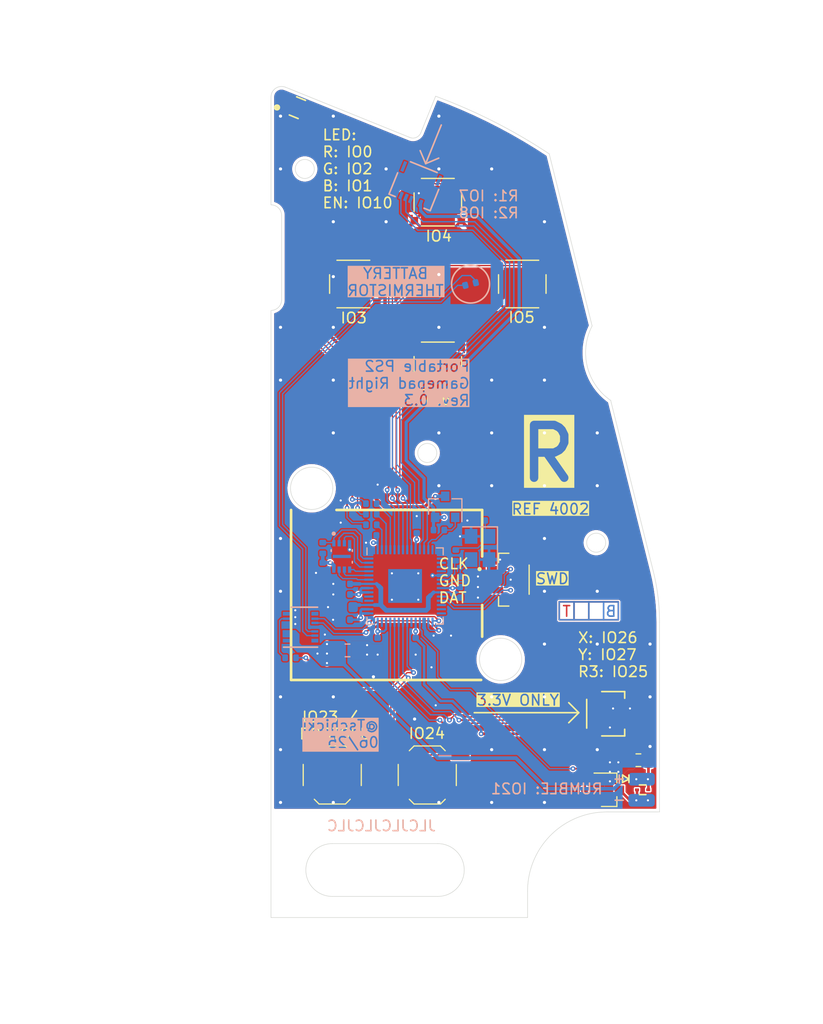
<source format=kicad_pcb>
(kicad_pcb (version 20221018) (generator pcbnew)
  (layers (0 "F.Cu" signal) (1 "In1.Cu" signal "Inner1.Cu") (2 "In2.Cu" signal "Inner2.Cu") (31 "B.Cu" signal) (34 "B.Paste" user) (35 "F.Paste" user) (36 "B.SilkS" user "B.Silkscreen") (37 "F.SilkS" user "F.Silkscreen") (38 "B.Mask" user) (39 "F.Mask" user) (44 "Edge.Cuts" user))
  (net 0 "")
  (net 1 "3V3_SBY")
  (net 2 "GND")
  (net 3 "Net-(C102-Pad2)")
  (net 4 "+1V1")
  (net 5 "Net-(D101-BK)")
  (net 6 "Net-(D101-RK)")
  (net 7 "Net-(D101-GK)")
  (net 8 "/AUX_I2C_SDA")
  (net 9 "/AUX_I2C_SCL")
  (net 10 "/~{SYSCON_BOOTSEL}")
  (net 11 "/TS+")
  (net 12 "/Y")
  (net 13 "/R3")
  (net 14 "/X")
  (net 16 "/Select")
  (net 18 "/Cross")
  (net 19 "/Square")
  (net 20 "/Circle")
  (net 21 "/Triangle")
  (net 22 "/Start")
  (net 23 "/R1")
  (net 24 "/R2")
  (net 29 "/SWCLK")
  (net 30 "/SWDIO")
  (net 40 "/LED_EN")
  (net 41 "/TS-")
  (net 42 "Net-(D102-A)")
  (net 43 "Net-(Q101-G)")
  (net 44 "/PWM_Rumble")
  (net 45 "/Reserved")
  (net 46 "Net-(D101-A)")
  (net 55 "/XI")
  (net 56 "/CS")
  (net 57 "/XO")
  (net 58 "/IO1")
  (net 59 "/IO2")
  (net 60 "/IO0")
  (net 61 "/MEM_CLK")
  (net 62 "/IO3")
  (net 63 "/LED_R")
  (net 64 "/LED_B")
  (net 65 "/LED_G")
  (footprint "PS2:SW_SPST_TL3342" (layer "F.Cu") (at 97.1 154.4)
    (fp_text reference "SW106")
    (fp_text value "SW")
  )
  (footprint "PS2:JST_BM03B-SRSS-TB_LF__SN_" (layer "F.Cu") (at 114.3 135.9 -90)
    (fp_text reference "J101")
    (fp_text value "DEBUG_SWD")
  )
  (footprint "PS2:SW_TL3315NF100Q" (layer "F.Cu") (at 99.1 107.9)
    (fp_text reference "SW102")
    (fp_text value "SW")
  )
  (footprint "PS2:SOD-923_0P6X0P85_ONS" (layer "F.Cu") (at 126.5 155.8 180)
    (fp_text reference "D102")
    (fp_text value "D_Schottky" hide)
  )
  (footprint "PS2:SW_TL3315NF100Q" (layer "F.Cu") (at 107.1 100.15)
    (fp_text reference "SW104")
    (fp_text value "SW")
  )
  (footprint "PS2:R_0402_1005Metric" (layer "F.Cu") (at 121 156.3 -90)
    (fp_text reference "R105")
    (fp_text value "10k")
  )
  (footprint "PS2:EAST1616RGBB2_EVE" (layer "F.Cu") (at 93.8 91.2 -22)
    (fp_text reference "D101")
    (fp_text value "LED_BRGA")
  )
  (footprint "PS2:C_0805_2012Metric" (layer "F.Cu") (at 126.1 153 180)
    (fp_text reference "C112")
    (fp_text value "4u7")
  )
  (footprint "PS2:SW_SPST_TL3342" (layer "F.Cu") (at 106.1 154.4)
    (fp_text reference "SW105")
    (fp_text value "SW")
  )
  (footprint "PS2:R_0402_1005Metric" (layer "F.Cu") (at 121 154.3 -90)
    (fp_text reference "R103")
    (fp_text value "1k")
  )
  (footprint "PS2:CON_5034800540_MOL" (layer "F.Cu") (at 123 148.6 -90)
    (fp_text reference "J116" hide)
    (fp_text value "Conn_01x05_MountingPin" hide)
  )
  (footprint "PS2:SOT-23" (layer "F.Cu") (at 123.3 155.8)
    (fp_text reference "Q101")
    (fp_text value "BSS138")
  )
  (footprint "PS2:SW_TL3315NF100Q" (layer "F.Cu") (at 115.1 107.9)
    (fp_text reference "SW103")
    (fp_text value "SW")
  )
  (footprint "PS2:SW_TL3315NF100Q" (layer "F.Cu") (at 107.1 115.65)
    (fp_text reference "SW101")
    (fp_text value "SW")
  )
  (footprint "PS2:IC_W25Q16JVUXIQ_TR" (layer "B.Cu") (at 98 133.7 -90)
    (fp_text reference "U101")
    (fp_text value "W25Q16JVUXIQ")
  )
  (footprint "PS2:C_0805_2012Metric" (layer "B.Cu") (at 98.55 142.6)
    (fp_text reference "C115")
    (fp_text value "4u7")
  )
  (footprint "PS2:R_0402_1005Metric" (layer "B.Cu") (at 100.8 130.7 180)
    (fp_text reference "R109")
    (fp_text value "300R")
  )
  (footprint "PS2:R_0402_1005Metric" (layer "B.Cu") (at 110.2 107.9 -166)
    (fp_text reference "TH101")
    (fp_text value "10k/3435K")
  )
  (footprint "PS2:C_0402_1005Metric" (layer "B.Cu") (at 98.3 136.3 180)
    (fp_text reference "C105")
    (fp_text value "100n")
  )
  (footprint "PS2:C_0402_1005Metric" (layer "B.Cu") (at 100.8 131.7 180)
    (fp_text reference "C113")
    (fp_text value "100n")
  )
  (footprint "PS2:R_0402_1005Metric" (layer "B.Cu") (at 96.2 132.9 90)
    (fp_text reference "R101")
    (fp_text value "10k")
  )
  (footprint "PS2:C_0402_1005Metric" (layer "B.Cu") (at 111.1 130.3)
    (fp_text reference "C102")
    (fp_text value "15p")
  )
  (footprint "PS2:C_0402_1005Metric" (layer "B.Cu") (at 105.1 131 90)
    (fp_text reference "C114")
    (fp_text value "100n")
  )
  (footprint "PS2:C_0402_1005Metric" (layer "B.Cu") (at 101.4 141.9 -90)
    (fp_text reference "C111")
    (fp_text value "100n")
  )
  (footprint "PS2:rumble_dual_solder_pad" (layer "B.Cu") (at 126.4 154.8 -90)
    (fp_text reference "J104")
    (fp_text value "Motor")
  )
  (footprint "PS2:SOT-23" (layer "B.Cu") (at 107.8 129 90)
    (fp_text reference "Q102")
    (fp_text value "BSS84AK")
  )
  (footprint "PS2:CON_5034800540_MOL" (layer "B.Cu") (at 105.1 98.5 -22)
    (fp_text reference "J102")
    (fp_text value "Conn_01x05_MountingPin")
  )
  (footprint "PS2:C_0603_1608Metric" (layer "B.Cu") (at 98.3 138.5 180)
    (fp_text reference "C104")
    (fp_text value "1u")
  )
  (footprint "PS2:R_0402_1005Metric" (layer "B.Cu") (at 93.15 143.3 180)
    (fp_text reference "R102")
    (fp_text value "0R")
  )
  (footprint "PS2:C_0402_1005Metric" (layer "B.Cu") (at 109.7 137.6)
    (fp_text reference "C106")
    (fp_text value "100n")
  )
  (footprint "PS2:R_0402_1005Metric" (layer "B.Cu") (at 100.8 129.7 180)
    (fp_text reference "R110")
    (fp_text value "300R")
  )
  (footprint "PS2:R_0402_1005Metric" (layer "B.Cu") (at 108.8 133.6 -90)
    (fp_text reference "R104")
    (fp_text value "1k")
  )
  (footprint "PS2:C_0402_1005Metric" (layer "B.Cu") (at 109.7 136.6)
    (fp_text reference "C107")
    (fp_text value "100n")
  )
  (footprint "PS2:R_0402_1005Metric" (layer "B.Cu") (at 107.2 131.2)
    (fp_text reference "R106")
    (fp_text value "2k2")
  )
  (footprint "PS2:DF40C-10DP-0.4V51_HIR" (layer "B.Cu") (at 94.1 140.4 -90)
    (fp_text reference "J103")
    (fp_text value "GAMEPAD RIGHT")
  )
  (footprint "PS2:C_0402_1005Metric" (layer "B.Cu") (at 96.2 134.78 -90)
    (fp_text reference "C101")
    (fp_text value "100n")
  )
  (footprint "PS2:C_0402_1005Metric" (layer "B.Cu") (at 105 141.9 -90)
    (fp_text reference "C110")
    (fp_text value "100n")
  )
  (footprint "PS2:C_0402_1005Metric" (layer "B.Cu") (at 98.3 137.3 180)
    (fp_text reference "C109")
    (fp_text value "100n")
  )
  (footprint "PS2:C_0402_1005Metric" (layer "B.Cu") (at 109.7 135.6 180)
    (fp_text reference "C103")
    (fp_text value "15p")
  )
  (footprint "PS2:R_0402_1005Metric" (layer "B.Cu") (at 100.8 128.7 180)
    (fp_text reference "R111")
    (fp_text value "300R")
  )
  (footprint "Package_DFN_QFN:QFN-56-1EP_7x7mm_P0.4mm_EP3.2x3.2mm" (layer "B.Cu") (at 104 136.5 -90)
    (fp_text reference "U102")
    (fp_text value "RP2040")
  )
  (footprint "Crystal:Crystal_SMD_3225-4Pin_3.2x2.5mm" (layer "B.Cu") (at 111.1 132.9 -90)
    (fp_text reference "Y101")
    (fp_text value "12MHz")
  )
  (footprint "PS2:C_0402_1005Metric" (layer "B.Cu") (at 98.3 139.7 180)
    (fp_text reference "C108")
    (fp_text value "100n")
  )
  (gr_line (start 121.4 138) (end 121.4 139.7) (stroke (width 0.15)) (layer "F.Cu"))
  (gr_line (start 120 138) (end 120 139.7) (stroke (width 0.15)) (layer "F.Cu"))
  (gr_line (start 122.8 138) (end 122.8 139.7) (stroke (width 0.15)) (layer "F.Cu"))
  (gr_rect (start 118.6 138) (end 124.2 139.7) (stroke (width 0.15)) (fill none) (layer "F.Cu"))
  (gr_line (start 120 138) (end 120 139.7) (stroke (width 0.15)) (layer "B.Cu"))
  (gr_line (start 121.4 138) (end 121.4 139.7) (stroke (width 0.15)) (layer "B.Cu"))
  (gr_rect (start 118.6 138) (end 124.2 139.7) (stroke (width 0.15)) (fill none) (layer "B.Cu"))
  (gr_line (start 122.8 138) (end 122.8 139.7) (stroke (width 0.15)) (layer "B.Cu"))
  (gr_line (start 105.95 96.5) (end 107.429696 92.837625) (stroke (width 0.15)) (layer "B.SilkS"))
  (gr_line (start 107.186701 95.975052) (end 105.95 96.5) (stroke (width 0.15)) (layer "B.SilkS"))
  (gr_circle (center 110.2 107.9) (end 110.2 106.1) (stroke (width 0.15)) (fill none) (layer "B.SilkS"))
  (gr_line (start 105.425051 95.2633) (end 105.95 96.5) (stroke (width 0.15)) (layer "B.SilkS"))
  (gr_line (start 110.55 148.5) (end 120.45 148.5) (stroke (width 0.15)) (layer "F.SilkS"))
  (gr_line (start 125.2 154.8) (end 124.6 155.1) (stroke (width 0.15)) (layer "F.SilkS"))
  (gr_line (start 120.45 148.5) (end 119.5 147.55) (stroke (width 0.15)) (layer "F.SilkS"))
  (gr_line (start 120.45 148.5) (end 119.5 149.45) (stroke (width 0.15)) (layer "F.SilkS"))
  (gr_line (start 124.6 154.4) (end 125.2 154.8) (stroke (width 0.15)) (layer "F.SilkS"))
  (gr_line (start 93.2 145.4) (end 93.2 129.3) (stroke (width 0.25)) (layer "F.SilkS"))
  (gr_line (start 111.3 138.3) (end 111.3 141.3) (stroke (width 0.25)) (layer "F.SilkS"))
  (gr_line (start 97.5 129.3) (end 111.3 129.3) (stroke (width 0.25)) (layer "F.SilkS"))
  (gr_line (start 124.6 155.1) (end 124.6 154.4) (stroke (width 0.15)) (layer "F.SilkS"))
  (gr_line (start 125.2 154.4) (end 125.2 155.1) (stroke (width 0.15)) (layer "F.SilkS"))
  (gr_line (start 111.2 145.4) (end 93.2 145.4) (stroke (width 0.25)) (layer "F.SilkS"))
  (gr_line (start 111.3 129.3) (end 111.3 133.7) (stroke (width 0.25)) (layer "F.SilkS"))
  (gr_arc (start 123.476487 118.926993) (mid 121.263374 115.73057) (end 121.716807 111.869303) (stroke (width 0.05)) (layer "Edge.Cuts"))
  (gr_line (start 92.3 101.4) (end 92.3 109.4) (stroke (width 0.05)) (layer "Edge.Cuts"))
  (gr_line (start 128.1 157.9) (end 123.1 157.9) (stroke (width 0.05)) (layer "Edge.Cuts"))
  (gr_line (start 91.3 167.9) (end 91.3 110.4) (stroke (width 0.05)) (layer "Edge.Cuts"))
  (gr_circle (center 94.5 97) (end 95.4 97) (stroke (width 0.05)) (fill none) (layer "Edge.Cuts"))
  (gr_line (start 105.490184 93.576654) (end 106.890323 90.111187) (stroke (width 0.05)) (layer "Edge.Cuts"))
  (gr_line (start 92.674607 89.261653) (end 104.448751 94.018716) (stroke (width 0.05)) (layer "Edge.Cuts"))
  (gr_line (start 115.6 167.9) (end 91.3 167.9) (stroke (width 0.05)) (layer "Edge.Cuts"))
  (gr_arc (start 115.6 165.4) (mid 117.796699 160.096699) (end 123.1 157.9) (stroke (width 0.05)) (layer "Edge.Cuts"))
  (gr_line (start 128.1 139.926583) (end 128.1 157.9) (stroke (width 0.05)) (layer "Edge.Cuts"))
  (gr_line (start 117.653693 95.573044) (end 121.716807 111.869303) (stroke (width 0.05)) (layer "Edge.Cuts"))
  (gr_arc (start 106.890323 90.111187) (mid 112.431016 92.528767) (end 117.653693 95.573044) (stroke (width 0.05)) (layer "Edge.Cuts"))
  (gr_arc (start 105.490184 93.576654) (mid 105.061024 94.013412) (end 104.448751 94.018716) (stroke (width 0.05)) (layer "Edge.Cuts"))
  (gr_circle (center 106.1 123.9) (end 107 123.9) (stroke (width 0.05)) (fill none) (layer "Edge.Cuts"))
  (gr_arc (start 127.505915 135.088145) (mid 127.950926 137.489196) (end 128.1 139.926583) (stroke (width 0.05)) (layer "Edge.Cuts"))
  (gr_arc (start 95.15 129.25) (mid 93.735786 125.835786) (end 97.15 127.25) (stroke (width 0.05)) (layer "Edge.Cuts"))
  (gr_arc (start 91.3 90.188837) (mid 91.740798 89.359769) (end 92.674607 89.261653) (stroke (width 0.05)) (layer "Edge.Cuts"))
  (gr_circle (center 122.1 132.4) (end 123 132.4) (stroke (width 0.05)) (fill none) (layer "Edge.Cuts"))
  (gr_line (start 123.476487 118.926993) (end 127.505915 135.088145) (stroke (width 0.05)) (layer "Edge.Cuts"))
  (gr_arc (start 91.3 100.4) (mid 92.007107 100.692893) (end 92.3 101.4) (stroke (width 0.05)) (layer "Edge.Cuts"))
  (gr_line (start 107.1 165.9) (end 97.1 165.9) (stroke (width 0.05)) (layer "Edge.Cuts"))
  (gr_line (start 97.1 160.9) (end 107.1 160.9) (stroke (width 0.05)) (layer "Edge.Cuts"))
  (gr_arc (start 97.1 165.9) (mid 94.6 163.4) (end 97.1 160.9) (stroke (width 0.05)) (layer "Edge.Cuts"))
  (gr_arc (start 107.1 160.9) (mid 109.6 163.4) (end 107.1 165.9) (stroke (width 0.05)) (layer "Edge.Cuts"))
  (gr_line (start 91.3 100.4) (end 91.3 90.188837) (stroke (width 0.05)) (layer "Edge.Cuts"))
  (gr_arc (start 92.3 109.4) (mid 92.007107 110.107107) (end 91.3 110.4) (stroke (width 0.05)) (layer "Edge.Cuts"))
  (gr_arc (start 111.283491 144.387788) (mid 111.334293 142.422212) (end 113.043356 141.450011) (stroke (width 0.05)) (layer "Edge.Cuts"))
  (gr_arc (start 113.043356 141.450011) (mid 114.765707 144.477788) (end 111.283491 144.387788) (stroke (width 0.05)) (layer "Edge.Cuts"))
  (gr_line (start 115.6 165.4) (end 115.6 167.9) (stroke (width 0.05)) (layer "Edge.Cuts"))
  (gr_arc (start 97.15 127.25) (mid 96.564214 128.664214) (end 95.15 129.25) (stroke (width 0.05)) (layer "Edge.Cuts"))
  (gr_text "T" (at 119.3 138.9) (layer "F.Cu") (effects (font (size 1 1))))
  (gr_text "B" (at 123.5 138.9) (layer "B.Cu") (effects (font (size 1 1)) (justify mirror)))
  (gr_text "+" (at 125 155.3) (layer "B.SilkS") (effects (font (size 1 1)) (justify left bottom mirror)))
  (gr_text "-" (at 125 157.3) (layer "B.SilkS") (effects (font (size 1 1)) (justify left bottom mirror)))
  (gr_text "R1: IO7\nR2: IO8" (at 114.85 101.75) (layer "B.SilkS") (effects (font (size 1 1)) (justify left bottom mirror)))
  (gr_text "JLCJLCJLCJLC" (at 107 159.8) (layer "B.SilkS") (effects (font (size 1 1)) (justify left bottom mirror)))
  (gr_text "BATTERY\nTHERMISTOR" (at 103.1 109.1) (layer "B.SilkS" knockout) (effects (font (size 1 1)) (justify bottom mirror)))
  (gr_text "@Tschicki\n06/25" (at 101.6 151.9) (layer "B.SilkS" knockout) (effects (font (size 1 1)) (justify left bottom mirror)))
  (gr_text "Portable PS2\nGamepad Right\nRev. 0.3" (at 110.2 119.5) (layer "B.SilkS" knockout) (effects (font (size 1 1)) (justify left bottom mirror)))
  (gr_text "RUMBLE: IO21" (at 122.8 156.3) (layer "B.SilkS") (effects (font (size 1 1)) (justify left bottom mirror)))
  (gr_text "REF 4002" (at 114 129.8) (layer "F.SilkS" knockout) (effects (font (size 1 1)) (justify left bottom)))
  (gr_text "LED:\nR: IO0\nG: IO2\nB: IO1\nEN: IO10" (at 96.1 100.8) (layer "F.SilkS") (effects (font (size 1 1)) (justify left bottom)))
  (gr_text "IO3" (at 97.8 111.7) (layer "F.SilkS") (effects (font (size 1 1)) (justify left bottom)))
  (gr_text "X: IO26\nY: IO27\nR3: IO25" (at 120.3 145.2) (layer "F.SilkS") (effects (font (size 1 1)) (justify left bottom)))
  (gr_text "R" (at 114.5 126.9) (layer "F.SilkS" knockout) (effects (font (size 5 5) (thickness 0.8)) (justify left bottom)))
  (gr_text "IO24" (at 104.25 151.05) (layer "F.SilkS") (effects (font (size 1 1)) (justify left bottom)))
  (gr_text "IO5" (at 113.7 111.65) (layer "F.SilkS") (effects (font (size 1 1)) (justify left bottom)))
  (gr_text "IO4" (at 105.85 103.95) (layer "F.SilkS") (effects (font (size 1 1)) (justify left bottom)))
  (gr_text "IO6" (at 105.8 119.45) (layer "F.SilkS") (effects (font (size 1 1)) (justify left bottom)))
  (gr_text "SWD" (at 116.3 136.4) (layer "F.SilkS" knockout) (effects (font (size 1 1)) (justify left bottom)))
  (gr_text "IO23 / \nBOOTSEL" (at 97.25 151.1) (layer "F.SilkS") (effects (font (size 1 1)) (justify bottom)))
  (gr_text "3.3V ONLY" (at 110.7 147.9) (layer "F.SilkS" knockout) (effects (font (size 1 1)) (justify left bottom)))
  (gr_text "CLK\nGND\nDAT" (at 107.1 138.2) (layer "F.SilkS") (effects (font (size 1 1)) (justify left bottom)))
  (gr_text "" (at 91.3 176.169996) (layer "Edge.Cuts") (effects (font (size 4.83362 3.04518) (thickness 0.604202)) (justify left top)))
  (segment (start 111.2 150.5) (end 119.3 150.5) (width 0.25) (layer "F.Cu") (net 1))
  (segment (start 124.5 150.3) (end 124.5 149.600003) (width 0.25) (layer "F.Cu") (net 1))
  (segment (start 123.6 151.2) (end 124.5 150.3) (width 0.25) (layer "F.Cu") (net 1))
  (segment (start 127 154.8) (end 125.9 154.8) (width 0.25) (layer "F.Cu") (net 1))
  (segment (start 127.05 155.7818) (end 127.0318 155.8) (width 0.25) (layer "F.Cu") (net 1))
  (segment (start 127.05 154.8) (end 127 154.8) (width 0.25) (layer "F.Cu") (net 1))
  (segment (start 120 151.2) (end 123.6 151.2) (width 0.25) (layer "F.Cu") (net 1))
  (segment (start 119.3 150.5) (end 120 151.2) (width 0.25) (layer "F.Cu") (net 1))
  (segment (start 127.05 153) (end 127.05 154.8) (width 0.25) (layer "F.Cu") (net 1))
  (segment (start 127.05 154.8) (end 127.05 155.7818) (width 0.25) (layer "F.Cu") (net 1))
  (via (at 101 132.4) (size 0.45) (drill 0.2) (layers "F.Cu" "B.Cu") (net 1))
  (via (at 96.6 142.9) (size 0.45) (drill 0.2) (layers "F.Cu" "B.Cu") (net 1))
  (via (at 125.9 154.8) (size 0.45) (drill 0.2) (layers "F.Cu" "B.Cu") (net 1))
  (via (at 105 140.8) (size 0.45) (drill 0.2) (layers "F.Cu" "B.Cu") (net 1))
  (via (at 108.5 136.7) (size 0.45) (drill 0.2) (layers "F.Cu" "B.Cu") (net 1))
  (via (at 96.6 143.8) (size 0.45) (drill 0.2) (layers "F.Cu" "B.Cu") (net 1))
  (via (at 99.6 137.3) (size 0.45) (drill 0.2) (layers "F.Cu" "B.Cu") (net 1))
  (via (at 127 154.8) (size 0.45) (drill 0.2) (layers "F.Cu" "B.Cu") (net 1))
  (via (at 105.1 132.1) (size 0.45) (drill 0.2) (layers "F.Cu" "B.Cu") (net 1))
  (via (at 107.7 130) (size 0.45) (drill 0.2) (layers "F.Cu" "B.Cu") (net 1))
  (via (at 96.6 142) (size 0.45) (drill 0.2) (layers "F.Cu" "B.Cu") (net 1))
  (via (at 96.9 134.3) (size 0.45) (drill 0.2) (layers "F.Cu" "B.Cu") (net 1))
  (via (at 95.7 142.9) (size 0.45) (drill 0.2) (layers "F.Cu" "B.Cu") (net 1))
  (via (at 111.2 150.5) (size 0.45) (drill 0.2) (layers "F.Cu" "B.Cu") (net 1))
  (via (at 99.8 139.5) (size 0.45) (drill 0.2) (layers "F.Cu" "B.Cu") (net 1))
  (via (at 101.4 140.8) (size 0.45) (drill 0.2) (layers "F.Cu" "B.Cu") (net 1))
  (segment (start 96.2 134.3) (end 96.9 134.3) (width 0.35) (layer "B.Cu") (net 1))
  (segment (start 106.85 130) (end 107.7 130) (width 0.35) (layer "B.Cu") (net 1))
  (segment (start 99.6 137.3) (end 99.8 137.1) (width 0.25) (layer "B.Cu") (net 1))
  (segment (start 101.4 132.3) (end 101.4 131.62) (width 0.2) (layer "B.Cu") (net 1))
  (segment (start 104.1 121) (end 104.1 124.6) (width 0.3) (layer "B.Cu") (net 1))
  (segment (start 105.8 128.2) (end 106.69 129.09) (width 0.3) (layer "B.Cu") (net 1))
  (segment (start 108.5 147.4) (end 107.375 147.4) (width 0.25) (layer "B.Cu") (net 1))
  (segment (start 107.375 147.4) (end 105.8 145.825) (width 0.25) (layer "B.Cu") (net 1))
  (segment (start 105.8 145.825) (end 105.8 142.22) (width 0.25) (layer "B.Cu") (net 1))
  (segment (start 105.1 132.1) (end 105.1 131.48) (width 0.2) (layer "B.Cu") (net 1))
  (segment (start 99.6 139.7) (end 98.78 139.7) (width 0.25) (layer "B.Cu") (net 1))
  (segment (start 110.8 101.5) (end 114.8 105.5) (width 0.3) (layer "B.Cu") (net 1))
  (segment (start 102.2 139.9375) (end 102.2 140.6) (width 0.2) (layer "B.Cu") (net 1))
  (segment (start 111.2 150.1) (end 108.5 147.4) (width 0.25) (layer "B.Cu") (net 1))
  (segment (start 114.8 110.3) (end 104.1 121) (width 0.3) (layer "B.Cu") (net 1))
  (segment (start 101.4 131.62) (end 101.28 131.5) (width 0.2) (layer "B.Cu") (net 1))
  (segment (start 96.2 133.41) (end 96.2 134.3) (width 0.35) (layer "B.Cu") (net 1))
  (segment (start 99.9 136.7) (end 99.8 136.8) (width 0.25) (layer "B.Cu") (net 1))
  (segment (start 96.9 134.3) (end 97 134.3) (width 0.35) (layer "B.Cu") (net 1))
  (segment (start 109.12 136.7) (end 108.5 136.7) (width 0.2) (layer "B.Cu") (net 1))
  (segment (start 114.8 105.5) (end 114.8 110.3) (width 0.3) (layer "B.Cu") (net 1))
  (segment (start 105 132.2) (end 105 133.0625) (width 0.2) (layer "B.Cu") (net 1))
  (segment (start 100.5625 136.7) (end 99.9 136.7) (width 0.25) (layer "B.Cu") (net 1))
  (segment (start 99.9 138.7) (end 100.5625 138.7) (width 0.25) (layer "B.Cu") (net 1))
  (segment (start 124.7 154.8) (end 125.9 154.8) (width 0.35) (layer "B.Cu") (net 1))
  (segment (start 99.8 139.5) (end 99.8 138.8) (width 0.25) (layer "B.Cu") (net 1))
  (segment (start 106 101.5) (end 110.8 101.5) (width 0.3) (layer "B.Cu") (net 1))
  (segment (start 99.8 136.8) (end 99.8 137.1) (width 0.25) (layer "B.Cu") (net 1))
  (segment (start 101.4 133.0625) (end 101.4 132.3) (width 0.2) (layer "B.Cu") (net 1))
  (segment (start 105.465277 100.965277) (end 106 101.5) (width 0.3) (layer "B.Cu") (net 1))
  (segment (start 97 134.3) (end 97.25 134.55) (width 0.35) (layer "B.Cu") (net 1))
  (segment (start 109.22 136.6) (end 109.12 136.7) (width 0.2) (layer "B.Cu") (net 1))
  (segment (start 104.1 124.6) (end 105.8 126.3) (width 0.3) (layer "B.Cu") (net 1))
  (segment (start 114.5 152.8) (end 117.4 155.7) (width 0.35) (layer "B.Cu") (net 1))
  (segment (start 105.8 126.3) (end 105.8 128.2) (width 0.3) (layer "B.Cu") (net 1))
  (segment (start 98.78 137.3) (end 99.6 137.3) (width 0.25) (layer "B.Cu") (net 1))
  (segment (start 105.465277 100.265383) (end 105.465277 100.965277) (width 0.3) (layer "B.Cu") (net 1))
  (segment (start 101.4 139.9375) (end 101.4 140.8) (width 0.2) (layer "B.Cu") (net 1))
  (segment (start 97.6 142.6) (end 97.6 143.3) (width 0.35) (layer "B.Cu") (net 1))
  (segment (start 106.69 129.09) (end 106.69 131.2) (width 0.3) (layer "B.Cu") (net 1))
  (segment (start 105 141.42) (end 105 140.8) (width 0.2) (layer "B.Cu") (net 1))
  (segment (start 99.8 137.1) (end 100.5625 137.1) (width 0.25) (layer "B.Cu") (net 1))
  (segment (start 108.5 136.7) (end 107.4375 136.7) (width 0.2) (layer "B.Cu") (net 1))
  (segment (start 123.8 155.7) (end 124.7 154.8) (width 0.35) (layer "B.Cu") (net 1))
  (segment (start 97.25 134.55) (end 97.25 134.95) (width 0.35) (layer "B.Cu") (net 1))
  (segment (start 117.4 155.7) (end 123.8 155.7) (width 0.35) (layer "B.Cu") (net 1))
  (segment (start 99.8 138.8) (end 99.9 138.7) (width 0.25) (layer "B.Cu") (net 1))
  (segment (start 99.8 139.1) (end 99.8 139.5) (width 0.25) (layer "B.Cu") (net 1))
  (segment (start 99.8 139.5) (end 99.6 139.7) (width 0.25) (layer "B.Cu") (net 1))
  (segment (start 105.8 142.22) (end 105 141.42) (width 0.25) (layer "B.Cu") (net 1))
  (segment (start 102.2 140.6) (end 102 140.8) (width 0.2) (layer "B.Cu") (net 1))
  (segment (start 101.4 132.4) (end 101 132.4) (width 0.2) (layer "B.Cu") (net 1))
  (segment (start 97.6 143.3) (end 107.1 152.8) (width 0.35) (layer "B.Cu") (net 1))
  (segment (start 101.4 140.8) (end 101.4 141.42) (width 0.2) (layer "B.Cu") (net 1))
  (segment (start 100.5625 139.1) (end 99.8 139.1) (width 0.25) (layer "B.Cu") (net 1))
  (segment (start 105.1 132.1) (end 105 132.2) (width 0.2) (layer "B.Cu") (net 1))
  (segment (start 111.2 150.5) (end 111.2 150.1) (width 0.25) (layer "B.Cu") (net 1))
  (segment (start 102 140.8) (end 101.4 140.8) (width 0.2) (layer "B.Cu") (net 1))
  (segment (start 107.1 152.8) (end 114.5 152.8) (width 0.35) (layer "B.Cu") (net 1))
  (segment (start 105 140.8) (end 105 139.9375) (width 0.2) (layer "B.Cu") (net 1))
  (segment (start 124.5 148.100004) (end 125.299996 148.100004) (width 0.25) (layer "F.Cu") (net 2))
  (segment (start 123.700004 148.100004) (end 123.7 148.1) (width 0.25) (layer "F.Cu") (net 2))
  (segment (start 112.525 135.9) (end 114 135.9) (width 0.35) (layer "F.Cu") (net 2))
  (segment (start 125.299996 148.100004) (end 125.3 148.1) (width 0.25) (layer "F.Cu") (net 2))
  (segment (start 124.5 148.100004) (end 123.700004 148.100004) (width 0.25) (layer "F.Cu") (net 2))
  (via (at 123.4 155) (size 0.45) (drill 0.2) (layers "F.Cu" "B.Cu") (net 2))
  (via (at 110.9 137.6) (size 0.45) (drill 0.2) (layers "F.Cu" "B.Cu") (net 2))
  (via (at 110.9 135.6) (size 0.45) (drill 0.2) (layers "F.Cu" "B.Cu") (net 2))
  (via (at 92.2 92) (size 0.6) (drill 0.3) (layers "F.Cu" "B.Cu") (net 2))
  (via (at 125.3 148.1) (size 0.45) (drill 0.2) (layers "F.Cu" "B.Cu") (net 2))
  (via (at 95.56 135.26) (size 0.45) (drill 0.2) (layers "F.Cu" "B.Cu") (net 2))
  (via (at 123.7 148.1) (size 0.45) (drill 0.2) (layers "F.Cu" "B.Cu") (net 2))
  (via (at 127.2 147) (size 0.6) (drill 0.3) (layers "F.Cu" "B.Cu") (net 2))
  (via (at 96.4 141.1) (size 0.45) (drill 0.2) (layers "F.Cu" "B.Cu") (net 2))
  (via (at 107.2 122) (size 0.6) (drill 0.3) (layers "F.Cu" "B.Cu") (net 2))
  (via (at 106.9 147.8) (size 0.45) (drill 0.2) (layers "F.Cu" "B.Cu") (net 2))
  (via (at 112.2 97) (size 0.6) (drill 0.3) (layers "F.Cu" "B.Cu") (net 2))
  (via (at 92.2 117) (size 0.6) (drill 0.3) (layers "F.Cu" "B.Cu") (net 2))
  (via (at 117.2 137) (size 0.6) (drill 0.3) (layers "F.Cu" "B.Cu") (net 2))
  (via (at 107.2 127) (size 0.6) (drill 0.3) (layers "F.Cu" "B.Cu") (net 2))
  (via (at 122.2 137) (size 0.6) (drill 0.3) (layers "F.Cu" "B.Cu") (net 2))
  (via (at 107.2 107) (size 0.6) (drill 0.3) (layers "F.Cu" "B.Cu") (net 2))
  (via (at 105.1 129.88) (size 0.45) (drill 0.2) (layers "F.Cu" "B.Cu") (net 2))
  (via (at 105.3 99.3) (size 0.45) (drill 0.2) (layers "F.Cu" "B.Cu") (net 2))
  (via (at 110.9 136.6) (size 0.45) (drill 0.2) (layers "F.Cu" "B.Cu") (net 2))
  (via (at 113 134) (size 0.45) (drill 0.2) (layers "F.Cu" "B.Cu") (net 2))
  (via (at 112.2 157) (size 0.6) (drill 0.3) (layers "F.Cu" "B.Cu") (net 2))
  (via (at 101.4 126.9) (size 0.45) (drill 0.2) (layers "F.Cu" "B.Cu") (net 2))
  (via (at 105.25 137.8) (size 0.45) (drill 0.2) (layers "F.Cu" "B.Cu") (net 2))
  (via (at 97.2 136.3) (size 0.45) (drill 0.2) (layers "F.Cu" "B.Cu") (net 2))
  (via (at 93.6 140.1) (size 0.45) (drill 0.2) (layers "F.Cu" "B.Cu") (net 2))
  (via (at 107.2 157) (size 0.6) (drill 0.3) (layers "F.Cu" "B.Cu") (net 2))
  (via (at 123.4 149.9) (size 0.45) (drill 0.2) (layers "F.Cu" "B.Cu") (net 2))
  (via (at 97.2 102) (size 0.6) (drill 0.3) (layers "F.Cu" "B.Cu") (net 2))
  (via (at 92.2 132) (size 0.6) (drill 0.3) (layers "F.Cu" "B.Cu") (net 2))
  (via (at 114 135.9) (size 0.45) (drill 0.2) (layers "F.Cu" "B.Cu") (net 2))
  (via (at 100.3 132.4) (size 0.45) (drill 0.2) (layers "F.Cu" "B.Cu") (net 2))
  (via (at 112.2 147) (size 0.6) (drill 0.3) (layers "F.Cu" "B.Cu") (net 2))
  (via (at 123.4 154.1) (size 0.45) (drill 0.2) (layers "F.Cu" "B.Cu") (net 2))
  (via (at 97.2 107.2) (size 0.6) (drill 0.3) (layers "F.Cu" "B.Cu") (net 2))
  (via (at 101.4 143) (size 0.45) (drill 0.2) (layers "F.Cu" "B.Cu") (net 2))
  (via (at 122.2 127) (size 0.6) (drill 0.3) (layers "F.Cu" "B.Cu") (net 2))
  (via (at 117.2 142) (size 0.6) (drill 0.3) (layers "F.Cu" "B.Cu") (net 2))
  (via (at 127.2 151.7) (size 0.6) (drill 0.3) (layers "F.Cu" "B.Cu") (net 2))
  (via (at 122.2 122) (size 0.6) (drill 0.3) (layers "F.Cu" "B.Cu") (net 2))
  (via (at 105 143) (size 0.45) (drill 0.2) (layers "F.Cu" "B.Cu") (net 2))
  (via (at 93.6 139.45) (size 0.45) (drill 0.2) (layers "F.Cu" "B.Cu") (net 2))
  (via (at 97.9 130.5) (size 0.45) (drill 0.2) (layers "F.Cu" "B.Cu") (net 2))
  (via (at 102.75 135.3) (size 0.45) (drill 0.2) (layers "F.Cu" "B.Cu") (net 2))
  (via (at 109.9 130.3) (size 0.45) (drill 0.2) (layers "F.Cu" "B.Cu") (net 2))
  (via (at 102.2 97) (size 0.6) (drill 0.3) (layers "F.Cu" "B.Cu") (net 2))
  (via (at 92.2 112) (size 0.6) (drill 0.3) (layers "F.Cu" "B.Cu") (net 2))
  (via (at 100.4 143) (size 0.45) (drill 0.2) (layers "F.Cu" "B.Cu") (net 2))
  (via (at 108.35 141.2) (size 0.45) (drill 0.2) (layers "F.Cu" "B.Cu") (net 2))
  (via (at 97.2 92) (size 0.6) (drill 0.3) (layers "F.Cu" "B.Cu") (net 2))
  (via (at 97.2 137.3) (size 0.45) (drill 0.2) (layers "F.Cu" "B.Cu") (net 2))
  (via (at 98.75 133.05) (size 0.45) (drill 0.2) (layers "F.Cu" "B.Cu") (net 2))
  (via (at 106.5 144.2) (size 0.45) (drill 0.2) (layers "F.Cu" "B.Cu") (net 2))
  (via (at 92.2 137) (size 0.6) (drill 0.3) (layers "F.Cu" "B.Cu") (net 2))
  (via (at 97.18 139.7) (size 0.45) (drill 0.2) (layers "F.Cu" "B.Cu") (net 2))
  (via (at 112.2 127) (size 0.6) (drill 0.3) (layers "F.Cu" "B.Cu") (net 2))
  (via (at 102.75 137.8) (size 0.45) (drill 0.2) (layers "F.Cu" "B.Cu") (net 2))
  (via (at 117.2 127) (size 0.6) (drill 0.3) (layers "F.Cu" "B.Cu") (net 2))
  (via (at 117.2 157) (size 0.6) (drill 0.3) (layers "F.Cu" "B.Cu") (net 2))
  (via (at 112.2 152) (size 0.6) (drill 0.3) (layers "F.Cu" "B.Cu") (net 2))
  (via (at 122.2 152) (size 0.6) (drill 0.3) (layers "F.Cu" "B.Cu") (net 2))
  (via (at 124.2 153.2) (size 0.45) (drill 0.2) (layers "F.Cu" "B.Cu") (net 2))
  (via (at 104.9 149.1) (size 0.6) (drill 0.3) (layers "F.Cu" "B.Cu") (net 2))
  (via (at 112.2 122) (size 0.6) (drill 0.3) (layers "F.Cu" "B.Cu") (net 2))
  (via (at 97.2 157) (size 0.6) (drill 0.3) (layers "F.Cu" "B.Cu") (net 2))
  (via (at 106.6 135.5) (size 0.45) (drill 0.2) (layers "F.Cu" "B.Cu") (net 2))
  (via (at 92.2 147) (size 0.6) (drill 0.3) (layers "F.Cu" "B.Cu") (net 2))
  (via (at 97.2 117) (size 0.6) (drill 0.3) (layers "F.Cu" "B.Cu") (net 2))
  (via (at 127.2 142) (size 0.6) (drill 0.3) (layers "F.Cu" "B.Cu") (net 2))
  (via (at 107.2 112) (size 0.6) (drill 0.3) (layers "F.Cu" "B.Cu") (net 2))
  (via (at 117.2 117) (size 0.6) (drill 0.3) (layers "F.Cu" "B.Cu") (net 2))
  (via (at 101 145.1) (size 0.6) (drill 0.3) (layers "F.Cu" "B.Cu") (net 2))
  (via (at 117.2 102) (size 0.6) (drill 0.3) (layers "F.Cu" "B.Cu") (net 2))
  (via (at 102.2 102) (size 0.6) (drill 0.3) (layers "F.Cu" "B.Cu") (net 2))
  (via (at 105.25 135.3) (size 0.45) (drill 0.2) (layers "F.Cu" "B.Cu") (net 2))
  (via (at 112.2 117) (size 0.6) (drill 0.3) (layers "F.Cu" "B.Cu") (net 2))
  (via (at 97.2 147) (size 0.6) (drill 0.3) (layers "F.Cu" "B.Cu") (net 2))
  (via (at 106.7 141.2) (size 0.45) (drill 0.2) (layers "F.Cu" "B.Cu") (net 2))
  (via (at 117.2 147) (size 0.6) (drill 0.3) (layers "F.Cu" "B.Cu") (net 2))
  (via (at 100.4 142.1) (size 0.45) (drill 0.2) (layers "F.Cu" "B.Cu") (net 2))
  (via (at 97.9 128.4) (size 0.45) (drill 0.2) (layers "F.Cu" "B.Cu") (net 2))
  (via (at 107.2 97) (size 0.6) (drill 0.3) (layers "F.Cu" "B.Cu") (net 2))
  (via (at 123.4 153.2) (size 0.45) (drill 0.2) (layers "F.Cu" "B.Cu") (net 2))
  (via (at 122.2 142) (size 0.6) (drill 0.3) (layers "F.Cu" "B.Cu") (net 2))
  (via (at 124.2 154.1) (size 0.45) (drill 0.2) (layers "F.Cu" "B.Cu") (net 2))
  (via (at 93.6 138.8) (size 0.45) (drill 0.2) (layers "F.Cu" "B.Cu") (net 2))
  (via (at 92.2 97) (size 0.6) (drill 0.3) (layers "F.Cu" "B.Cu") (net 2))
  (via (at 96.7 138.5) (size 0.45) (drill 0.2) (layers "F.Cu" "B.Cu") (net 2))
  (via (at 107.2 92) (size 0.6) (drill 0.3) (layers "F.Cu" "B.Cu") (net 2))
  (via (at 117.2 112) (size 0.6) (drill 0.3) (layers "F.Cu" "B.Cu") (net 2))
  (via (at 97.2 112) (size 0.6) (drill 0.3) (layers "F.Cu" "B.Cu") (net 2))
  (via (at 109.2 131.8) (size 0.45) (drill 0.2) (layers "F.Cu" "B.Cu") (net 2))
  (via (at 92.2 157) (size 0.6) (drill 0.3) (layers "F.Cu" "B.Cu") (net 2))
  (via (at 92.2 152) (size 0.6) (drill 0.3) (layers "F.Cu" "B.Cu") (net 2))
  (via (at 97.2 122) (size 0.6) (drill 0.3) (layers "F.Cu" "B.Cu") (net 2))
  (via (at 117.2 122) (size 0.6) (drill 0.3) (layers "F.Cu" "B.Cu") (net 2))
  (via (at 117.2 152) (size 0.6) (drill 0.3) (layers "F.Cu" "B.Cu") (net 2))
  (via (at 117.2 132) (size 0.6) (drill 0.3) (layers "F.Cu" "B.Cu") (net 2))
  (segment (start 105.8 140.6) (end 105.8 139.9375) (width 0.125) (layer "B.Cu") (net 2))
  (segment (start 100.32 131.7) (end 100.32 132.38) (width 0.35) (layer "B.Cu") (net 2))
  (segment (start 97.82 136.3) (end 97.2 136.3) (width 0.35) (layer "B.Cu") (net 2))
  (segment (start 106.4 141.2) (end 105.8 140.6) (width 0.125) (layer "B.Cu") (net 2))
  (segment (start 106.7 141.2) (end 106.4 141.2) (width 0.125) (layer "B.Cu") (net 2))
  (segment (start 101.4 142.38) (end 101.4 143) (width 0.35) (layer "B.Cu") (net 2))
  (segment (start 111.95 134) (end 113 134) (width 0.35) (layer "B.Cu") (net 2))
  (segment (start 97.8 139.7) (end 97.18 139.7) (width 0.35) (layer "B.Cu") (net 2))
  (segment (start 95.56 135.26) (end 96.2 135.26) (width 0.35) (layer "B.Cu") (net 2))
  (segment (start 95.455001 140.4) (end 96 140.4) (width 0.25) (layer "B.Cu") (net 2))
  (segment (start 96.4 140.8) (end 96.4 141.1) (width 0.25) (layer "B.Cu") (net 2))
  (segment (start 100.32 132.38) (end 100.3 132.4) (width 0.35) (layer "B.Cu") (net 2))
  (segment (start 97.82 137.3) (end 97.2 137.3) (width 0.35) (layer "B.Cu") (net 2))
  (segment (start 97.525 138.5) (end 96.7 138.5) (width 0.35) (layer "B.Cu") (net 2))
  (segment (start 107.4375 135.5) (end 106.6 135.5) (width 0.2) (layer "B.Cu") (net 2))
  (segment (start 105 143) (end 105 142.28) (width 0.35) (layer "B.Cu") (net 2))
  (segment (start 110.05 131.35) (end 110.3 131.6) (width 0.125) (layer "B.Cu") (net 2))
  (segment (start 96.2 140.6) (end 96.4 140.8) (width 0.25) (layer "B.Cu") (net 2))
  (segment (start 98.75 133.05) (end 98.75 132.45) (width 0.3) (layer "B.Cu") (net 2))
  (segment (start 96 140.4) (end 96.2 140.6) (width 0.25) (layer "B.Cu") (net 2))
  (segment (start 105.1 130.5) (end 105.1 129.88) (width 0.35) (layer "B.Cu") (net 2))
  (segment (start 110.25 131.8) (end 109.2 131.8) (width 0.35) (layer "B.Cu") (net 2))
  (segment (start 110.18 135.6) (end 110.9 135.6) (width 0.35) (layer "B.Cu") (net 2))
  (segment (start 110.62 130.3) (end 109.9 130.3) (width 0.35) (layer "B.Cu") (net 2))
  (segment (start 110.18 136.6) (end 110.9 136.6) (width 0.35) (layer "B.Cu") (net 2))
  (segment (start 110.18 137.6) (end 110.9 137.6) (width 0.35) (layer "B.Cu") (net 2))
  (segment (start 105.001686 100.078081) (end 105.3 99.3) (width 0.25) (layer "B.Cu") (net 2))
  (segment (start 108.99 132.9) (end 108.8 133.09) (width 0.125) (layer "B.Cu") (net 3))
  (segment (start 111.58 131.43) (end 111.58 130.3) (width 0.125) (layer "B.Cu") (net 3))
  (segment (start 110.9 132.9) (end 108.99 132.9) (width 0.125) (layer "B.Cu") (net 3))
  (segment (start 111.95 131.85) (end 110.9 132.9) (width 0.125) (layer "B.Cu") (net 3))
  (segment (start 111.95 131.8) (end 111.95 131.85) (width 0.125) (layer "B.Cu") (net 3))
  (segment (start 111.95 131.8) (end 111.58 131.43) (width 0.125) (layer "B.Cu") (net 3))
  (segment (start 106.4 137.4) (end 106.7 137.1) (width 0.35) (layer "B.Cu") (net 4))
  (segment (start 108.4 137.3) (end 108.2 137.1) (width 0.2) (layer "B.Cu") (net 4))
  (segment (start 100.5625 138.3) (end 101.1 138.3) (width 0.2) (layer "B.Cu") (net 4))
  (segment (start 98.78 136.3) (end 99.7 136.3) (width 0.35) (layer "B.Cu") (net 4))
  (segment (start 99.075 138.5) (end 99.275 138.3) (width 0.35) (layer "B.Cu") (net 4))
  (segment (start 102.2 138.8) (end 101.7 138.3) (width 0.45) (layer "B.Cu") (net 4))
  (segment (start 106.2 138.6) (end 106 138.8) (width 0.45) (layer "B.Cu") (net 4))
  (segment (start 108.2 137.1) (end 107.4375 137.1) (width 0.2) (layer "B.Cu") (net 4))
  (segment (start 101.5 136.5) (end 101.7 136.7) (width 0.45) (layer "B.Cu") (net 4))
  (segment (start 106.4 137.4) (end 106.2 137.6) (width 0.45) (layer "B.Cu") (net 4))
  (segment (start 101.7 138.3) (end 101.1 138.3) (width 0.35) (layer "B.Cu") (net 4))
  (segment (start 99.275 138.3) (end 99.7 138.3) (width 0.35) (layer "B.Cu") (net 4))
  (segment (start 106.7 137.1) (end 107.4375 137.1) (width 0.2) (layer "B.Cu") (net 4))
  (segment (start 106.2 137.6) (end 106.2 138.6) (width 0.45) (layer "B.Cu") (net 4))
  (segment (start 108.4 137.3) (end 108.7 137.6) (width 0.35) (layer "B.Cu") (net 4))
  (segment (start 99.7 138.3) (end 100.5625 138.3) (width 0.2) (layer "B.Cu") (net 4))
  (segment (start 100.5625 136.3) (end 101.3 136.3) (width 0.2) (layer "B.Cu") (net 4))
  (segment (start 101.5 136.5) (end 101.3 136.3) (width 0.35) (layer "B.Cu") (net 4))
  (segment (start 100.5625 136.3) (end 99.7 136.3) (width 0.2) (layer "B.Cu") (net 4))
  (segment (start 101.7 136.7) (end 101.7 138.3) (width 0.45) (layer "B.Cu") (net 4))
  (segment (start 106 138.8) (end 102.2 138.8) (width 0.45) (layer "B.Cu") (net 4))
  (segment (start 108.7 137.6) (end 109.22 137.6) (width 0.35) (layer "B.Cu") (net 4))
  (segment (start 95.4 95) (end 96.3 95.9) (width 0.125) (layer "F.Cu") (net 5))
  (segment (start 98.5 127.2) (end 98.5 129.1) (width 0.125) (layer "F.Cu") (net 5))
  (segment (start 93.1 94) (end 94.1 95) (width 0.125) (layer "F.Cu") (net 5))
  (segment (start 92.73651 91.33651) (end 93.1 91.7) (width 0.125) (layer "F.Cu") (net 5))
  (segment (start 94 111.9) (end 99.1 117) (width 0.125) (layer "F.Cu") (net 5))
  (segment (start 92.73651 91.255662) (end 92.73651 91.33651) (width 0.125) (layer "F.Cu") (net 5))
  (segment (start 99.1 126.6) (end 98.5 127.2) (width 0.125) (layer "F.Cu") (net 5))
  (segment (start 99.1 117) (end 99.1 126.6) (width 0.125) (layer "F.Cu") (net 5))
  (segment (start 93.1 91.7) (end 93.1 94) (width 0.125) (layer "F.Cu") (net 5))
  (segment (start 96.3 99.2) (end 94 101.5) (width 0.125) (layer "F.Cu") (net 5))
  (segment (start 96.3 95.9) (end 96.3 99.2) (width 0.125) (layer "F.Cu") (net 5))
  (segment (start 94 101.5) (end 94 111.9) (width 0.125) (layer "F.Cu") (net 5))
  (segment (start 94.1 95) (end 95.4 95) (width 0.125) (layer "F.Cu") (net 5))
  (via (at 98.5 129.1) (size 0.45) (drill 0.2) (layers "F.Cu" "B.Cu") (net 5))
  (segment (start 99 130.5) (end 100.09 130.5) (width 0.125) (layer "B.Cu") (net 5))
  (segment (start 100.09 130.5) (end 100.29 130.7) (width 0.125) (layer "B.Cu") (net 5))
  (segment (start 98.5 129.1) (end 98.5 130) (width 0.125) (layer "B.Cu") (net 5))
  (segment (start 98.5 130) (end 99 130.5) (width 0.125) (layer "B.Cu") (net 5))
  (segment (start 93.1 90.4) (end 93.1 90.5) (width 0.125) (layer "F.Cu") (net 6))
  (segment (start 99 127.3) (end 99 128.3) (width 0.125) (layer "F.Cu") (net 6))
  (segment (start 94.3 94.6) (end 95.6 94.6) (width 0.125) (layer "F.Cu") (net 6))
  (segment (start 99.5 116.8) (end 99.5 126.8) (width 0.125) (layer "F.Cu") (net 6))
  (segment (start 94.4 101.6) (end 94.4 111.7) (width 0.125) (layer "F.Cu") (net 6))
  (segment (start 93.5 93.8) (end 94.3 94.6) (width 0.125) (layer "F.Cu") (net 6))
  (segment (start 95.6 94.6) (end 96.7 95.7) (width 0.125) (layer "F.Cu") (net 6))
  (segment (start 94.4 111.7) (end 99.5 116.8) (width 0.125) (layer "F.Cu") (net 6))
  (segment (start 99.5 126.8) (end 99 127.3) (width 0.125) (layer "F.Cu") (net 6))
  (segment (start 96.7 99.3) (end 94.4 101.6) (width 0.125) (layer "F.Cu") (net 6))
  (segment (start 93.5 90.9) (end 93.5 93.8) (width 0.125) (layer "F.Cu") (net 6))
  (segment (start 93.1 90.5) (end 93.5 90.9) (width 0.125) (layer "F.Cu") (net 6))
  (segment (start 96.7 95.7) (end 96.7 99.3) (width 0.125) (layer "F.Cu") (net 6))
  (via (at 99 128.3) (size 0.45) (drill 0.2) (layers "F.Cu" "B.Cu") (net 6))
  (segment (start 99.89 128.3) (end 100.29 128.7) (width 0.125) (layer "B.Cu") (net 6))
  (segment (start 99 128.3) (end 99.89 128.3) (width 0.125) (layer "B.Cu") (net 6))
  (segment (start 94.8 101.7) (end 94.8 111.5) (width 0.125) (layer "F.Cu") (net 7))
  (segment (start 99.9 116.6) (end 99.9 127) (width 0.125) (layer "F.Cu") (net 7))
  (segment (start 94.8 111.5) (end 99.9 116.6) (width 0.125) (layer "F.Cu") (net 7))
  (segment (start 94.5 94.2) (end 95.8 94.2) (width 0.125) (layer "F.Cu") (net 7))
  (segment (start 99.5 127.4) (end 99.5 129.1) (width 0.125) (layer "F.Cu") (net 7))
  (segment (start 94.7 91.1) (end 94.6 91.2) (width 0.125) (layer "F.Cu") (net 7))
  (segment (start 94.6 91.2) (end 94.2 91.2) (width 0.125) (layer "F.Cu") (net 7))
  (segment (start 99.9 127) (end 99.5 127.4) (width 0.125) (layer "F.Cu") (net 7))
  (segment (start 97.1 99.4) (end 94.8 101.7) (width 0.125) (layer "F.Cu") (net 7))
  (segment (start 94.2 91.2) (end 93.9 91.5) (width 0.125) (layer "F.Cu") (net 7))
  (segment (start 95.8 94.2) (end 97.1 95.5) (width 0.125) (layer "F.Cu") (net 7))
  (segment (start 93.9 93.6) (end 94.5 94.2) (width 0.125) (layer "F.Cu") (net 7))
  (segment (start 93.9 91.5) (end 93.9 93.6) (width 0.125) (layer "F.Cu") (net 7))
  (segment (start 97.1 95.5) (end 97.1 99.4) (width 0.125) (layer "F.Cu") (net 7))
  (via (at 99.5 129.1) (size 0.45) (drill 0.2) (layers "F.Cu" "B.Cu") (net 7))
  (segment (start 99.5 129.4) (end 99.8 129.7) (width 0.125) (layer "B.Cu") (net 7))
  (segment (start 99.5 129.1) (end 99.5 129.4) (width 0.125) (layer "B.Cu") (net 7))
  (segment (start 99.8 129.7) (end 100.29 129.7) (width 0.125) (layer "B.Cu") (net 7))
  (segment (start 101.2 139.4) (end 100.6 140) (width 0.125) (layer "F.Cu") (net 8))
  (segment (start 106.8 139.4) (end 101.2 139.4) (width 0.125) (layer "F.Cu") (net 8))
  (segment (start 107.2 139.8) (end 106.8 139.4) (width 0.125) (layer "F.Cu") (net 8))
  (via (at 107.2 139.8) (size 0.45) (drill 0.2) (layers "F.Cu" "B.Cu") (net 8))
  (via (at 100.6 140) (size 0.45) (drill 0.2) (layers "F.Cu" "B.Cu") (net 8))
  (segment (start 106.6 139.9375) (end 106.637499 139.900001) (width 0.125) (layer "B.Cu") (net 8))
  (segment (start 107.2 139.8) (end 106.6 139.8) (width 0.125) (layer "B.Cu") (net 8))
  (segment (start 106.6 139.8) (end 106.6 139.9375) (width 0.125) (layer "B.Cu") (net 8))
  (segment (start 97.35 140.6) (end 96.349999 139.599999) (width 0.125) (layer "B.Cu") (net 8))
  (segment (start 100.6 140) (end 100 140.6) (width 0.125) (layer "B.Cu") (net 8))
  (segment (start 100 140.6) (end 97.35 140.6) (width 0.125) (layer "B.Cu") (net 8))
  (segment (start 96.349999 139.599999) (end 95.455001 139.599999) (width 0.125) (layer "B.Cu") (net 8))
  (segment (start 101.4 139.8) (end 100.3 140.9) (width 0.125) (layer "F.Cu") (net 9))
  (segment (start 106.3 139.8) (end 101.4 139.8) (width 0.125) (layer "F.Cu") (net 9))
  (segment (start 107.2 140.7) (end 106.3 139.8) (width 0.125) (layer "F.Cu") (net 9))
  (via (at 107.2 140.7) (size 0.45) (drill 0.2) (layers "F.Cu" "B.Cu") (net 9))
  (via (at 100.3 140.9) (size 0.45) (drill 0.2) (layers "F.Cu" "B.Cu") (net 9))
  (segment (start 106.4 140.7) (end 106.2 140.5) (width 0.125) (layer "B.Cu") (net 9))
  (segment (start 97.25 141) (end 96.250001 140.000001) (width 0.125) (layer "B.Cu") (net 9))
  (segment (start 100.3 140.9) (end 100.2 141) (width 0.125) (layer "B.Cu") (net 9))
  (segment (start 106.2 140.5) (end 106.2 139.9375) (width 0.125) (layer "B.Cu") (net 9))
  (segment (start 100.2 141) (end 97.25 141) (width 0.125) (layer "B.Cu") (net 9))
  (segment (start 107.2 140.7) (end 106.4 140.7) (width 0.125) (layer "B.Cu") (net 9))
  (segment (start 96.250001 140.000001) (end 95.455001 140.000001) (width 0.125) (layer "B.Cu") (net 9))
  (segment (start 92.300001 139.599999) (end 92.1 139.8) (width 0.125) (layer "B.Cu") (net 10))
  (segment (start 92.1 139.8) (end 92.1 142.76) (width 0.125) (layer "B.Cu") (net 10))
  (segment (start 92.1 142.76) (end 92.64 143.3) (width 0.125) (layer "B.Cu") (net 10))
  (segment (start 92.744999 139.599999) (end 92.300001 139.599999) (width 0.125) (layer "B.Cu") (net 10))
  (segment (start 92.4 130.675) (end 94.6 132.875) (width 0.125) (layer "B.Cu") (net 11))
  (segment (start 94.6 140.599998) (end 94.800001 140.799999) (width 0.125) (layer "B.Cu") (net 11))
  (segment (start 94.6 132.875) (end 94.6 140.599998) (width 0.125) (layer "B.Cu") (net 11))
  (segment (start 107.4 109.6) (end 101.1 109.6) (width 0.125) (layer "B.Cu") (net 11))
  (segment (start 101.1 109.6) (end 92.4 118.3) (width 0.125) (layer "B.Cu") (net 11))
  (segment (start 108.97662 108.02338) (end 107.4 109.6) (width 0.125) (layer "B.Cu") (net 11))
  (segment (start 109.705149 108.02338) (end 108.97662 108.02338) (width 0.125) (layer "B.Cu") (net 11))
  (segment (start 94.800001 140.799999) (end 95.455001 140.799999) (width 0.125) (layer "B.Cu") (net 11))
  (segment (start 92.4 118.3) (end 92.4 130.675) (width 0.125) (layer "B.Cu") (net 11))
  (segment (start 107.3 149.2) (end 107.8 149.7) (width 0.125) (layer "F.Cu") (net 12))
  (segment (start 107.8 149.7) (end 109.5 149.7) (width 0.125) (layer "F.Cu") (net 12))
  (segment (start 109.5 149.7) (end 109.7 149.5) (width 0.125) (layer "F.Cu") (net 12))
  (segment (start 124.499996 149.1) (end 124.5 149.100004) (width 0.125) (layer "F.Cu") (net 12))
  (segment (start 121.1 149.1) (end 124.499996 149.1) (width 0.125) (layer "F.Cu") (net 12))
  (segment (start 109.7 149.5) (end 120.7 149.5) (width 0.125) (layer "F.Cu") (net 12))
  (segment (start 120.7 149.5) (end 121.1 149.1) (width 0.125) (layer "F.Cu") (net 12))
  (via (at 107.3 149.2) (size 0.45) (drill 0.2) (layers "F.Cu" "B.Cu") (net 12))
  (segment (start 107.3 149.2) (end 106.3 149.2) (width 0.125) (layer "B.Cu") (net 12))
  (segment (start 102.6 145.5) (end 102.6 139.9375) (width 0.125) (layer "B.Cu") (net 12))
  (segment (start 106.3 149.2) (end 102.6 145.5) (width 0.125) (layer "B.Cu") (net 12))
  (segment (start 120.9 148.6) (end 124.5 148.6) (width 0.125) (layer "F.Cu") (net 13))
  (segment (start 120.3 149.2) (end 120.9 148.6) (width 0.125) (layer "F.Cu") (net 13))
  (segment (start 109.1 149.2) (end 120.3 149.2) (width 0.125) (layer "F.Cu") (net 13))
  (via (at 109.1 149.2) (size 0.45) (drill 0.2) (layers "F.Cu" "B.Cu") (net 13))
  (segment (start 109.1 149.2) (end 108.3 148.4) (width 0.125) (layer "B.Cu") (net 13))
  (segment (start 108.3 148.4) (end 106.7 148.4) (width 0.125) (layer "B.Cu") (net 13))
  (segment (start 106.7 148.4) (end 103.4 145.1) (width 0.125) (layer "B.Cu") (net 13))
  (segment (start 103.4 145.1) (end 103.4 139.9375) (width 0.125) (layer "B.Cu") (net 13))
  (segment (start 109.7 148.9) (end 119.7 148.9) (width 0.125) (layer "F.Cu") (net 14))
  (segment (start 123.499998 147.600005) (end 124.5 147.600005) (width 0.125) (layer "F.Cu") (net 14))
  (segment (start 123.000003 148.1) (end 123.499998 147.600005) (width 0.125) (layer "F.Cu") (net 14))
  (segment (start 108.2 149.2) (end 108.7 148.7) (width 0.125) (layer "F.Cu") (net 14))
  (segment (start 108.7 148.7) (end 109.5 148.7) (width 0.125) (layer "F.Cu") (net 14))
  (segment (start 109.5 148.7) (end 109.7 148.9) (width 0.125) (layer "F.Cu") (net 14))
  (segment (start 119.7 148.9) (end 120.5 148.1) (width 0.125) (layer "F.Cu") (net 14))
  (segment (start 120.5 148.1) (end 123.000003 148.1) (width 0.125) (layer "F.Cu") (net 14))
  (via (at 108.2 149.2) (size 0.45) (drill 0.2) (layers "F.Cu" "B.Cu") (net 14))
  (segment (start 103 145.3) (end 103 139.9375) (width 0.125) (layer "B.Cu") (net 14))
  (segment (start 108.2 149.2) (end 107.7 148.7) (width 0.125) (layer "B.Cu") (net 14))
  (segment (start 106.4 148.7) (end 103 145.3) (width 0.125) (layer "B.Cu") (net 14))
  (segment (start 107.7 148.7) (end 106.4 148.7) (width 0.125) (layer "B.Cu") (net 14))
  (segment (start 102.65 150.55) (end 101.6 151.6) (width 0.125) (layer "F.Cu") (net 16))
  (segment (start 104.8 144.7) (end 104.2 144.7) (width 0.125) (layer "F.Cu") (net 16))
  (segment (start 94.6 143.3) (end 97.55 146.25) (width 0.125) (layer "F.Cu") (net 16))
  (segment (start 101.6 152.2) (end 101.3 152.5) (width 0.125) (layer "F.Cu") (net 16))
  (segment (start 101.6 151.6) (end 101.6 152.2) (width 0.125) (layer "F.Cu") (net 16))
  (segment (start 101.3 152.5) (end 100.25 152.5) (width 0.125) (layer "F.Cu") (net 16))
  (segment (start 93.95 152.5) (end 97.1 152.5) (width 0.125) (layer "F.Cu") (net 16))
  (segment (start 102.65 146.25) (end 102.65 150.55) (width 0.125) (layer "F.Cu") (net 16))
  (segment (start 104.2 144.7) (end 102.65 146.25) (width 0.125) (layer "F.Cu") (net 16))
  (segment (start 97.55 146.25) (end 102.65 146.25) (width 0.125) (layer "F.Cu") (net 16))
  (segment (start 97.1 152.5) (end 100.25 152.5) (width 0.125) (layer "F.Cu") (net 16))
  (via (at 94.6 143.3) (size 0.45) (drill 0.2) (layers "F.Cu" "B.Cu") (net 16))
  (via (at 104.8 144.7) (size 0.45) (drill 0.2) (layers "F.Cu" "B.Cu") (net 16))
  (segment (start 104.2 144.1) (end 104.2 139.9) (width 0.125) (layer "B.Cu") (net 16))
  (segment (start 104.8 144.7) (end 104.2 144.1) (width 0.125) (layer "B.Cu") (net 16))
  (segment (start 94.6 143.3) (end 93.66 143.3) (width 0.125) (layer "B.Cu") (net 16))
  (segment (start 103.8 127.1) (end 103.5 126.8) (width 0.125) (layer "F.Cu") (net 18))
  (segment (start 103.5 126.8) (end 103.5 114.7) (width 0.125) (layer "F.Cu") (net 18))
  (segment (start 104.3 113.9) (end 109.33 113.9) (width 0.125) (layer "F.Cu") (net 18))
  (segment (start 103.5 114.7) (end 104.3 113.9) (width 0.125) (layer "F.Cu") (net 18))
  (segment (start 103.8 128.2) (end 103.8 127.1) (width 0.125) (layer "F.Cu") (net 18))
  (via (at 103.8 128.2) (size 0.45) (drill 0.2) (layers "F.Cu" "B.Cu") (net 18))
  (segment (start 103.8 128.2) (end 104.2 128.6) (width 0.125) (layer "B.Cu") (net 18))
  (segment (start 104.2 128.6) (end 104.2 133.0625) (width 0.125) (layer "B.Cu") (net 18))
  (segment (start 101.28 106.1) (end 101.33 106.15) (width 0.125) (layer "F.Cu") (net 19))
  (segment (start 101.33 106.15) (end 101.38 106.1) (width 0.125) (layer "F.Cu") (net 19))
  (segment (start 100.4 106.1) (end 101.28 106.1) (width 0.125) (layer "F.Cu") (net 19))
  (segment (start 102.45 127.25) (end 102.45 106.7) (width 0.125) (layer "F.Cu") (net 19))
  (segment (start 102.3 127.4) (end 102.45 127.25) (width 0.125) (layer "F.Cu") (net 19))
  (segment (start 97.2 106.1) (end 97.15 106.15) (width 0.125) (layer "F.Cu") (net 19))
  (segment (start 100.4 106.1) (end 97.2 106.1) (width 0.125) (layer "F.Cu") (net 19))
  (segment (start 101.9 106.15) (end 101.33 106.15) (width 0.125) (layer "F.Cu") (net 19))
  (segment (start 97.15 106.15) (end 96.87 106.15) (width 0.125) (layer "F.Cu") (net 19))
  (segment (start 102.45 106.7) (end 101.9 106.15) (width 0.125) (layer "F.Cu") (net 19))
  (via (at 102.3 127.4) (size 0.45) (drill 0.2) (layers "F.Cu" "B.Cu") (net 19))
  (segment (start 102.3 127.4) (end 102.3 128.4) (width 0.125) (layer "B.Cu") (net 19))
  (segment (start 103 129.1) (end 103 133.0625) (width 0.125) (layer "B.Cu") (net 19))
  (segment (start 102.3 128.4) (end 103 129.1) (width 0.125) (layer "B.Cu") (net 19))
  (segment (start 106.85 106.15) (end 112.87 106.15) (width 0.125) (layer "F.Cu") (net 20))
  (segment (start 103.15 109.85) (end 106.85 106.15) (width 0.125) (layer "F.Cu") (net 20))
  (segment (start 103.3 127.4) (end 103.15 127.25) (width 0.125) (layer "F.Cu") (net 20))
  (segment (start 112.87 106.15) (end 117.33 106.15) (width 0.125) (layer "F.Cu") (net 20))
  (segment (start 103.15 127.25) (end 103.15 109.85) (width 0.125) (layer "F.Cu") (net 20))
  (via (at 103.3 127.4) (size 0.45) (drill 0.2) (layers "F.Cu" "B.Cu") (net 20))
  (segment (start 103.3 127.4) (end 103.3 128.3) (width 0.125) (layer "B.Cu") (net 20))
  (segment (start 103.3 128.3) (end 103.8 128.8) (width 0.125) (layer "B.Cu") (net 20))
  (segment (start 103.8 128.8) (end 103.8 133.0625) (width 0.125) (layer "B.Cu") (net 20))
  (segment (start 104 98.4) (end 102.8 99.6) (width 0.125) (layer "F.Cu") (net 21))
  (segment (start 108.1 98.4) (end 109.33 98.4) (width 0.125) (layer "F.Cu") (net 21))
  (segment (start 107.1 98.4) (end 108.1 98.4) (width 0.125) (layer "F.Cu") (net 21))
  (segment (start 102.8 99.6) (end 102.8 128.2) (width 0.125) (layer "F.Cu") (net 21))
  (segment (start 104.87 98.4) (end 104 98.4) (width 0.125) (layer "F.Cu") (net 21))
  (segment (start 104.87 98.4) (end 107.1 98.4) (width 0.125) (layer "F.Cu") (net 21))
  (via (at 102.8 128.2) (size 0.45) (drill 0.2) (layers "F.Cu" "B.Cu") (net 21))
  (segment (start 102.8 128.3) (end 103.4 128.9) (width 0.125) (layer "B.Cu") (net 21))
  (segment (start 102.8 128.2) (end 102.8 128.3) (width 0.125) (layer "B.Cu") (net 21))
  (segment (start 103.4 128.9) (end 103.4 133.0625) (width 0.125) (layer "B.Cu") (net 21))
  (segment (start 109.25 152.5) (end 106.1 152.5) (width 0.125) (layer "F.Cu") (net 22))
  (segment (start 102.95 146.55) (end 102.95 152.5) (width 0.125) (layer "F.Cu") (net 22))
  (segment (start 104.3 145.2) (end 102.95 146.55) (width 0.125) (layer "F.Cu") (net 22))
  (segment (start 106.1 152.5) (end 103 152.5) (width 0.125) (layer "F.Cu") (net 22))
  (via (at 104.3 145.2) (size 0.45) (drill 0.2) (layers "F.Cu" "B.Cu") (net 22))
  (segment (start 104.3 145.2) (end 103.8 144.7) (width 0.125) (layer "B.Cu") (net 22))
  (segment (start 103.8 144.7) (end 103.8 139.9875) (width 0.125) (layer "B.Cu") (net 22))
  (segment (start 113.5 105.9) (end 113.5 109.9) (width 0.125) (layer "B.Cu") (net 23))
  (segment (start 105.2 102.8) (end 110.4 102.8) (width 0.125) (layer "B.Cu") (net 23))
  (segment (start 102.8 125.2) (end 104.5 126.9) (width 0.125) (layer "B.Cu") (net 23))
  (segment (start 104.6 132.1) (end 104.6 133.0625) (width 0.125) (layer "B.Cu") (net 23))
  (segment (start 103.6 99.527082) (end 103.6 101.2) (width 0.125) (layer "B.Cu") (net 23))
  (segment (start 110.4 102.8) (end 113.5 105.9) (width 0.125) (layer "B.Cu") (net 23))
  (segment (start 104.5 126.9) (end 104.5 132) (width 0.125) (layer "B.Cu") (net 23))
  (segment (start 103.6 101.2) (end 105.2 102.8) (width 0.125) (layer "B.Cu") (net 23))
  (segment (start 104.5 132) (end 104.6 132.1) (width 0.125) (layer "B.Cu") (net 23))
  (segment (start 103.610911 99.516171) (end 103.6 99.527082) (width 0.125) (layer "B.Cu") (net 23))
  (segment (start 102.8 120.6) (end 102.8 125.2) (width 0.125) (layer "B.Cu") (net 23))
  (segment (start 113.5 109.9) (end 102.8 120.6) (width 0.125) (layer "B.Cu") (net 23))
  (segment (start 105.4 132.4) (end 105.4 133.0625) (width 0.125) (layer "B.Cu") (net 24))
  (segment (start 105.7 132.1) (end 105.4 132.4) (width 0.125) (layer "B.Cu") (net 24))
  (segment (start 103.2 120.7) (end 103.2 125) (width 0.125) (layer "B.Cu") (net 24))
  (segment (start 104.9 126.7) (end 104.9 128.6) (width 0.125) (layer "B.Cu") (net 24))
  (segment (start 113.9 110) (end 103.2 120.7) (width 0.125) (layer "B.Cu") (net 24))
  (segment (start 105.4 102.4) (end 110.5 102.4) (width 0.125) (layer "B.Cu") (net 24))
  (segment (start 104.074502 101.074502) (end 105.4 102.4) (width 0.125) (layer "B.Cu") (net 24))
  (segment (start 104.074502 99.703474) (end 104.074502 101.074502) (width 0.125) (layer "B.Cu") (net 24))
  (segment (start 113.9 105.8) (end 113.9 110) (width 0.125) (layer "B.Cu") (net 24))
  (segment (start 110.5 102.4) (end 113.9 105.8) (width 0.125) (layer "B.Cu") (net 24))
  (segment (start 105.7 129.4) (end 105.7 132.1) (width 0.125) (layer "B.Cu") (net 24))
  (segment (start 104.9 128.6) (end 105.7 129.4) (width 0.125) (layer "B.Cu") (net 24))
  (segment (start 103.2 125) (end 104.9 126.7) (width 0.125) (layer "B.Cu") (net 24))
  (segment (start 114 134.9) (end 112.525 134.9) (width 0.125) (layer "F.Cu") (net 29))
  (via (at 114 134.9) (size 0.45) (drill 0.2) (layers "F.Cu" "B.Cu") (net 29))
  (segment (start 108.7 138.3) (end 107.9 137.5) (width 0.125) (layer "B.Cu") (net 29))
  (segment (start 114 134.9) (end 113.4 135.5) (width 0.125) (layer "B.Cu") (net 29))
  (segment (start 113.4 135.5) (end 113.4 136.3) (width 0.125) (layer "B.Cu") (net 29))
  (segment (start 113.4 136.3) (end 111.4 138.3) (width 0.125) (layer "B.Cu") (net 29))
  (segment (start 107.9 137.5) (end 107.4375 137.5) (width 0.125) (layer "B.Cu") (net 29))
  (segment (start 111.4 138.3) (end 108.7 138.3) (width 0.125) (layer "B.Cu") (net 29))
  (segment (start 114 136.9) (end 112.525 136.9) (width 0.125) (layer "F.Cu") (net 30))
  (via (at 114 136.9) (size 0.45) (drill 0.2) (layers "F.Cu" "B.Cu") (net 30))
  (segment (start 107.9 137.9) (end 107.4375 137.9) (width 0.125) (layer "B.Cu") (net 30))
  (segment (start 111.5 138.6) (end 108.6 138.6) (width 0.125) (layer "B.Cu") (net 30))
  (segment (start 113.2 136.9) (end 111.5 138.6) (width 0.125) (layer "B.Cu") (net 30))
  (segment (start 114 136.9) (end 113.2 136.9) (width 0.125) (layer "B.Cu") (net 30))
  (segment (start 108.6 138.6) (end 107.9 137.9) (width 0.125) (layer "B.Cu") (net 30))
  (segment (start 107.61 131.4) (end 107.81 131.2) (width 0.125) (layer "B.Cu") (net 40))
  (segment (start 106.2 133.0625) (end 106.2 132.425) (width 0.125) (layer "B.Cu") (net 40))
  (segment (start 108.75 130.85) (end 108.75 130) (width 0.125) (layer "B.Cu") (net 40))
  (segment (start 106.2 132.425) (end 106.525 132.1) (width 0.125) (layer "B.Cu") (net 40))
  (segment (start 107.81 131.2) (end 108.4 131.2) (width 0.125) (layer "B.Cu") (net 40))
  (segment (start 108.4 131.2) (end 108.75 130.85) (width 0.125) (layer "B.Cu") (net 40))
  (segment (start 106.525 132.1) (end 106.9 132.1) (width 0.125) (layer "B.Cu") (net 40))
  (segment (start 106.9 132.1) (end 107.6 131.4) (width 0.125) (layer "B.Cu") (net 40))
  (segment (start 94.700001 141.200001) (end 95.455001 141.200001) (width 0.125) (layer "B.Cu") (net 41))
  (segment (start 92.1 118.2) (end 92.1 130.8) (width 0.125) (layer "B.Cu") (net 41))
  (segment (start 101 109.3) (end 92.1 118.2) (width 0.125) (layer "B.Cu") (net 41))
  (segment (start 110.694851 107.77662) (end 110.694851 107.594851) (width 0.125) (layer "B.Cu") (net 41))
  (segment (start 94.3 133) (end 94.3 140.8) (width 0.125) (layer "B.Cu") (net 41))
  (segment (start 107.2 109.3) (end 101 109.3) (width 0.125) (layer "B.Cu") (net 41))
  (segment (start 110.694851 107.594851) (end 110.2 107.1) (width 0.125) (layer "B.Cu") (net 41))
  (segment (start 109.4 107.1) (end 107.2 109.3) (width 0.125) (layer "B.Cu") (net 41))
  (segment (start 94.3 140.8) (end 94.700001 141.200001) (width 0.125) (layer "B.Cu") (net 41))
  (segment (start 110.2 107.1) (end 109.4 107.1) (width 0.125) (layer "B.Cu") (net 41))
  (segment (start 92.1 130.8) (end 94.3 133) (width 0.125) (layer "B.Cu") (net 41))
  (segment (start 127 156.8) (end 125.9 156.8) (width 0.25) (layer "F.Cu") (net 42))
  (segment (start 125.9682 156.7318) (end 125.9 156.8) (width 0.25) (layer "F.Cu") (net 42))
  (segment (start 125.9682 155.8) (end 125.9682 156.7318) (width 0.25) (layer "F.Cu") (net 42))
  (segment (start 125.9 156.8) (end 125.3 156.8) (width 0.25) (layer "F.Cu") (net 42))
  (segment (start 125.3 156.8) (end 124.3 155.8) (width 0.25) (layer "F.Cu") (net 42))
  (via (at 127 156.8) (size 0.45) (drill 0.2) (layers "F.Cu" "B.Cu") (net 42))
  (via (at 125.9 156.8) (size 0.45) (drill 0.2) (layers "F.Cu" "B.Cu") (net 42))
  (segment (start 121 155.79) (end 121 154.81) (width 0.25) (layer "F.Cu") (net 43))
  (segment (start 121.04 154.85) (end 121 154.81) (width 0.25) (layer "F.Cu") (net 43))
  (segment (start 122.3 154.85) (end 121.04 154.85) (width 0.25) (layer "F.Cu") (net 43))
  (segment (start 119.9 153.8) (end 121 153.8) (width 0.125) (layer "F.Cu") (net 44))
  (via (at 119.9 153.8) (size 0.45) (drill 0.2) (layers "F.Cu" "B.Cu") (net 44))
  (segment (start 117.7 153.8) (end 119.9 153.8) (width 0.125) (layer "B.Cu") (net 44))
  (segment (start 105.6 141.2) (end 107.1 142.7) (width 0.125) (layer "B.Cu") (net 44))
  (segment (start 105.4 139.9375) (end 105.4 140.56875) (width 0.125) (layer "B.Cu") (net 44))
  (segment (start 107.1 142.7) (end 107.1 145.1) (width 0.125) (layer "B.Cu") (net 44))
  (segment (start 105.4 140.56875) (end 105.6 140.76875) (width 0.125) (layer "B.Cu") (net 44))
  (segment (start 108.3 146.3) (end 110.2 146.3) (width 0.125) (layer "B.Cu") (net 44))
  (segment (start 105.6 140.76875) (end 105.6 141.2) (width 0.125) (layer "B.Cu") (net 44))
  (segment (start 110.2 146.3) (end 117.7 153.8) (width 0.125) (layer "B.Cu") (net 44))
  (segment (start 107.1 145.1) (end 108.3 146.3) (width 0.125) (layer "B.Cu") (net 44))
  (segment (start 114.3 110.1) (end 103.6 120.8) (width 0.125) (layer "B.Cu") (net 45))
  (segment (start 114.3 105.7) (end 114.3 110.1) (width 0.125) (layer "B.Cu") (net 45))
  (segment (start 105.8 132.4) (end 105.8 133.0625) (width 0.125) (layer "B.Cu") (net 45))
  (segment (start 106.1 129.2) (end 106.1 132.1) (width 0.125) (layer "B.Cu") (net 45))
  (segment (start 105.7 102) (end 110.6 102) (width 0.125) (layer "B.Cu") (net 45))
  (segment (start 105.3 128.4) (end 106.1 129.2) (width 0.125) (layer "B.Cu") (net 45))
  (segment (start 104.538095 100.838095) (end 105.7 102) (width 0.125) (layer "B.Cu") (net 45))
  (segment (start 105.3 126.5) (end 105.3 128.4) (width 0.125) (layer "B.Cu") (net 45))
  (segment (start 103.6 120.8) (end 103.6 124.8) (width 0.125) (layer "B.Cu") (net 45))
  (segment (start 104.538095 99.890778) (end 104.538095 100.838095) (width 0.125) (layer "B.Cu") (net 45))
  (segment (start 103.6 124.8) (end 105.3 126.5) (width 0.125) (layer "B.Cu") (net 45))
  (segment (start 106.1 132.1) (end 105.8 132.4) (width 0.125) (layer "B.Cu") (net 45))
  (segment (start 110.6 102) (end 114.3 105.7) (width 0.125) (layer "B.Cu") (net 45))
  (segment (start 95.4 101.8) (end 97.6 99.6) (width 0.3) (layer "F.Cu") (net 46))
  (segment (start 100.4 116.3) (end 95.4 111.3) (width 0.3) (layer "F.Cu") (net 46))
  (segment (start 94.6 93.5) (end 94.6 92.052457) (width 0.3) (layer "F.Cu") (net 46))
  (segment (start 94.6 92.052457) (end 94.526345 91.978802) (width 0.3) (layer "F.Cu") (net 46))
  (segment (start 97.6 95.2) (end 96.1 93.7) (width 0.3) (layer "F.Cu") (net 46))
  (segment (start 100.4 127.4) (end 100.4 116.3) (width 0.3) (layer "F.Cu") (net 46))
  (segment (start 96.1 93.7) (end 94.8 93.7) (width 0.3) (layer "F.Cu") (net 46))
  (segment (start 102 129) (end 100.4 127.4) (width 0.3) (layer "F.Cu") (net 46))
  (segment (start 105.8625 129) (end 102 129) (width 0.3) (layer "F.Cu") (net 46))
  (segment (start 97.6 99.6) (end 97.6 95.2) (width 0.3) (layer "F.Cu") (net 46))
  (segment (start 106.8625 128) (end 105.8625 129) (width 0.3) (layer "F.Cu") (net 46))
  (segment (start 94.8 93.7) (end 94.6 93.5) (width 0.3) (layer "F.Cu") (net 46))
  (segment (start 95.4 111.3) (end 95.4 101.8) (width 0.3) (layer "F.Cu") (net 46))
  (via (at 106.8625 128) (size 0.45) (drill 0.2) (layers "F.Cu" "B.Cu") (net 46))
  (segment (start 107.7375 128) (end 106.8625 128) (width 0.35) (layer "B.Cu") (net 46))
  (segment (start 109.02 135.58) (end 109.22 135.38) (width 0.125) (layer "B.Cu") (net 55))
  (segment (start 109 135.8) (end 108.7 136.1) (width 0.125) (layer "B.Cu") (net 55))
  (segment (start 109 135.6) (end 109 135.8) (width 0.125) (layer "B.Cu") (net 55))
  (segment (start 108.41875 136.1) (end 108.21875 136.3) (width 0.125) (layer "B.Cu") (net 55))
  (segment (start 110.25 134) (end 110.3 134) (width 0.125) (layer "B.Cu") (net 55))
  (segment (start 108.7 136.1) (end 108.41875 136.1) (width 0.125) (layer "B.Cu") (net 55))
  (segment (start 109.22 135.38) (end 109.22 135.03) (width 0.125) (layer "B.Cu") (net 55))
  (segment (start 108.21875 136.3) (end 107.4375 136.3) (width 0.125) (layer "B.Cu") (net 55))
  (segment (start 109.22 135.03) (end 110.25 134) (width 0.125) (layer "B.Cu") (net 55))
  (segment (start 99.3 131.2) (end 98 131.2) (width 0.125) (layer "B.Cu") (net 56))
  (segment (start 98 131.2) (end 97.25 131.95) (width 0.125) (layer "B.Cu") (net 56))
  (segment (start 97.25 132.45) (end 97.21 132.49) (width 0.125) (layer "B.Cu") (net 56))
  (segment (start 100.05 133.9) (end 99.8 133.65) (width 0.125) (layer "B.Cu") (net 56))
  (segment (start 97.25 132.45) (end 97.19 132.39) (width 0.125) (layer "B.Cu") (net 56))
  (segment (start 97.19 132.39) (end 96.2 132.39) (width 0.125) (layer "B.Cu") (net 56))
  (segment (start 99.8 133.65) (end 99.8 131.7) (width 0.125) (layer "B.Cu") (net 56))
  (segment (start 100.5625 133.9) (end 100.05 133.9) (width 0.125) (layer "B.Cu") (net 56))
  (segment (start 97.25 131.95) (end 97.25 132.45) (width 0.125) (layer "B.Cu") (net 56))
  (segment (start 99.8 131.7) (end 99.3 131.2) (width 0.125) (layer "B.Cu") (net 56))
  (segment (start 108.7 135.35) (end 108.7 134.21) (width 0.125) (layer "B.Cu") (net 57))
  (segment (start 107.4375 135.9) (end 108.15 135.9) (width 0.125) (layer "B.Cu") (net 57))
  (segment (start 108.7 134.21) (end 108.8 134.11) (width 0.125) (layer "B.Cu") (net 57))
  (segment (start 108.15 135.9) (end 108.7 135.35) (width 0.125) (layer "B.Cu") (net 57))
  (segment (start 99.5 133.9) (end 99.5 131.9) (width 0.125) (layer "B.Cu") (net 58))
  (segment (start 99.1 131.5) (end 98.2 131.5) (width 0.125) (layer "B.Cu") (net 58))
  (segment (start 97.75 131.95) (end 97.75 132.45) (width 0.125) (layer "B.Cu") (net 58))
  (segment (start 98.2 131.5) (end 97.75 131.95) (width 0.125) (layer "B.Cu") (net 58))
  (segment (start 99.9 134.3) (end 99.5 133.9) (width 0.125) (layer "B.Cu") (net 58))
  (segment (start 99.5 131.9) (end 99.1 131.5) (width 0.125) (layer "B.Cu") (net 58))
  (segment (start 100.5625 134.3) (end 99.9 134.3) (width 0.125) (layer "B.Cu") (net 58))
  (segment (start 98.95 131.8) (end 98.4 131.8) (width 0.125) (layer "B.Cu") (net 59))
  (segment (start 98.4 131.8) (end 98.25 131.95) (width 0.125) (layer "B.Cu") (net 59))
  (segment (start 98.25 131.95) (end 98.25 132.45) (width 0.125) (layer "B.Cu") (net 59))
  (segment (start 99.2 134.2) (end 99.2 132.05) (width 0.125) (layer "B.Cu") (net 59))
  (segment (start 100.5625 134.7) (end 99.7 134.7) (width 0.125) (layer "B.Cu") (net 59))
  (segment (start 99.7 134.7) (end 99.2 134.2) (width 0.125) (layer "B.Cu") (net 59))
  (segment (start 99.2 132.05) (end 98.95 131.8) (width 0.125) (layer "B.Cu") (net 59))
  (segment (start 99.3 135.1) (end 99.15 134.95) (width 0.125) (layer "B.Cu") (net 60))
  (segment (start 100.5625 135.1) (end 99.3 135.1) (width 0.125) (layer "B.Cu") (net 60))
  (segment (start 99.15 134.95) (end 98.75 134.95) (width 0.125) (layer "B.Cu") (net 60))
  (segment (start 98.4 135.5) (end 98.25 135.35) (width 0.125) (layer "B.Cu") (net 61))
  (segment (start 98.25 135.35) (end 98.25 135.05) (width 0.125) (layer "B.Cu") (net 61))
  (segment (start 100.5625 135.5) (end 98.4 135.5) (width 0.125) (layer "B.Cu") (net 61))
  (segment (start 99.4 135.8) (end 98.1 135.8) (width 0.125) (layer "B.Cu") (net 62))
  (segment (start 99.5 135.9) (end 99.4 135.8) (width 0.125) (layer "B.Cu") (net 62))
  (segment (start 98.1 135.8) (end 97.75 135.45) (width 0.125) (layer "B.Cu") (net 62))
  (segment (start 100.1625 135.9) (end 99.5 135.9) (width 0.125) (layer "B.Cu") (net 62))
  (segment (start 97.75 135.45) (end 97.75 134.95) (width 0.125) (layer "B.Cu") (net 62))
  (segment (start 101.8 133.0625) (end 101.8 131.19) (width 0.125) (layer "B.Cu") (net 63))
  (segment (start 101.8 131.19) (end 101.31 130.7) (width 0.125) (layer "B.Cu") (net 63))
  (segment (start 102.2 130.59) (end 101.31 129.7) (width 0.125) (layer "B.Cu") (net 64))
  (segment (start 102.2 133.0625) (end 102.2 130.59) (width 0.125) (layer "B.Cu") (net 64))
  (segment (start 102.6 133.0625) (end 102.6 130) (width 0.125) (layer "B.Cu") (net 65))
  (segment (start 101.31 128.71) (end 101.31 128.7) (width 0.125) (layer "B.Cu") (net 65))
  (segment (start 102.6 130) (end 101.31 128.71) (width 0.125) (layer "B.Cu") (net 65))
  (zone (net 2) (net_name "GND") (layer "F.Cu") (priority 5) (connect_pads yes (clearance 0.125)) (min_thickness 0.125) (fill yes (thermal_gap 0.5) (thermal_bridge_width 0.5))
    (polygon (pts (xy 125.8 152.2) (xy 124 152.2) (xy 122.9 153.3) (xy 122.9 155.6) (xy 122.4 156.1) (xy 121.8 156.1) (xy 121.5 156.4) (xy 120.6 156.4) (xy 120.6 157.2) (xy 120.8 157.4) (xy 123.1 157.4) (xy 123.7 156.8) (xy 123.7 155.3) (xy 125.1 153.9) (xy 125.6 153.9) (xy 125.8 153.7)))
  )
  (zone (net 2) (net_name "GND") (layers "F.Cu" "In1.Cu" "In2.Cu" "B.Cu") (connect_pads yes (clearance 0.125)) (min_thickness 0.125) (fill yes (thermal_gap 0.25) (thermal_bridge_width 0.25))
    (polygon (pts (xy 65.882244 80.999608) (xy 65.630269 157.599608) (xy 143.345063 157.599608) (xy 143.599783 81.098737)))
  )
  (zone (net 0) (net_name "") (layers "In2.Cu" "B.Cu") (connect_pads yes (clearance 0)) (min_thickness 0.125)
    (keepout (tracks allowed) (vias allowed) (pads allowed) (copperpour not_allowed) (footprints allowed))
    (fill (thermal_gap 0.25) (thermal_bridge_width 0.25))
    (polygon (pts (xy 108.3 106) (xy 108.3 109.8) (xy 112.1 109.8) (xy 112.1 106)))
  )
  (zone (net 0) (net_name "") (layer "B.Cu") (connect_pads yes (clearance 0)) (min_thickness 0.125)
    (keepout (tracks allowed) (vias allowed) (pads allowed) (copperpour not_allowed) (footprints allowed))
    (fill (thermal_gap 0.508) (thermal_bridge_width 0.508))
    (polygon (pts (xy 97.1 132.1) (xy 97.1 135.3) (xy 98.9 135.3) (xy 98.9 132.1)))
  )
  (zone (net 2) (net_name "GND") (layer "B.Cu") (priority 4) (connect_pads yes (clearance 0.125)) (min_thickness 0.125) (fill yes (thermal_gap 0.5) (thermal_bridge_width 0.5))
    (polygon (pts (xy 100.9 142) (xy 100.6 141.7) (xy 98.9 141.7) (xy 98.9 143.5) (xy 101.9 143.5) (xy 101.9 142)))
  )
  (zone (net 0) (net_name "") (layer "B.Cu") (connect_pads (clearance 0)) (min_thickness 0.25)
    (keepout (tracks allowed) (vias allowed) (pads allowed) (copperpour not_allowed) (footprints allowed))
    (fill (thermal_gap 0.5) (thermal_bridge_width 0.5))
    (polygon (pts (xy 124.6 153.7) (xy 124.6 158.3) (xy 128.5 158.3) (xy 128.5 153.7)))
  )
  (zone (net 0) (net_name "") (layer "B.Cu") (connect_pads yes (clearance 0)) (min_thickness 0.125)
    (keepout (tracks allowed) (vias allowed) (pads allowed) (copperpour not_allowed) (footprints allowed))
    (fill (thermal_gap 0.508) (thermal_bridge_width 0.508))
    (polygon (pts (xy 101 133.5) (xy 101 139.5) (xy 107 139.5) (xy 107 133.5)))
  )
  (zone (net 2) (net_name "GND") (layer "B.Cu") (priority 3) (connect_pads yes (clearance 0.125)) (min_thickness 0.125) (fill yes (thermal_gap 0.5) (thermal_bridge_width 0.5))
    (polygon (pts (xy 92.4 140.55) (xy 93.55 140.55) (xy 94 140.1) (xy 94 138.5) (xy 93.9 138.4) (xy 93.3 138.4) (xy 93.2 138.5) (xy 93.2 139.8) (xy 92.4 139.8)))
  )
  (zone (net 1) (net_name "3V3_SBY") (layer "B.Cu") (priority 2) (connect_pads yes (clearance 0.125)) (min_thickness 0.125) (fill yes (thermal_gap 0.5) (thermal_bridge_width 0.5))
    (polygon (pts (xy 92.4 140.6) (xy 92.4 141.4) (xy 93.1 141.4) (xy 93.3 141.6) (xy 93.3 142.3) (xy 93.8 142.8) (xy 94.8 142.8) (xy 96.1 144.1) (xy 98.4 144.1) (xy 98.4 141.9) (xy 98.2 141.7) (xy 96.4 141.7) (xy 96 142.1) (xy 94.2 142.1) (xy 94 141.9) (xy 94 141.05) (xy 93.55 140.6)))
  )
)
</source>
